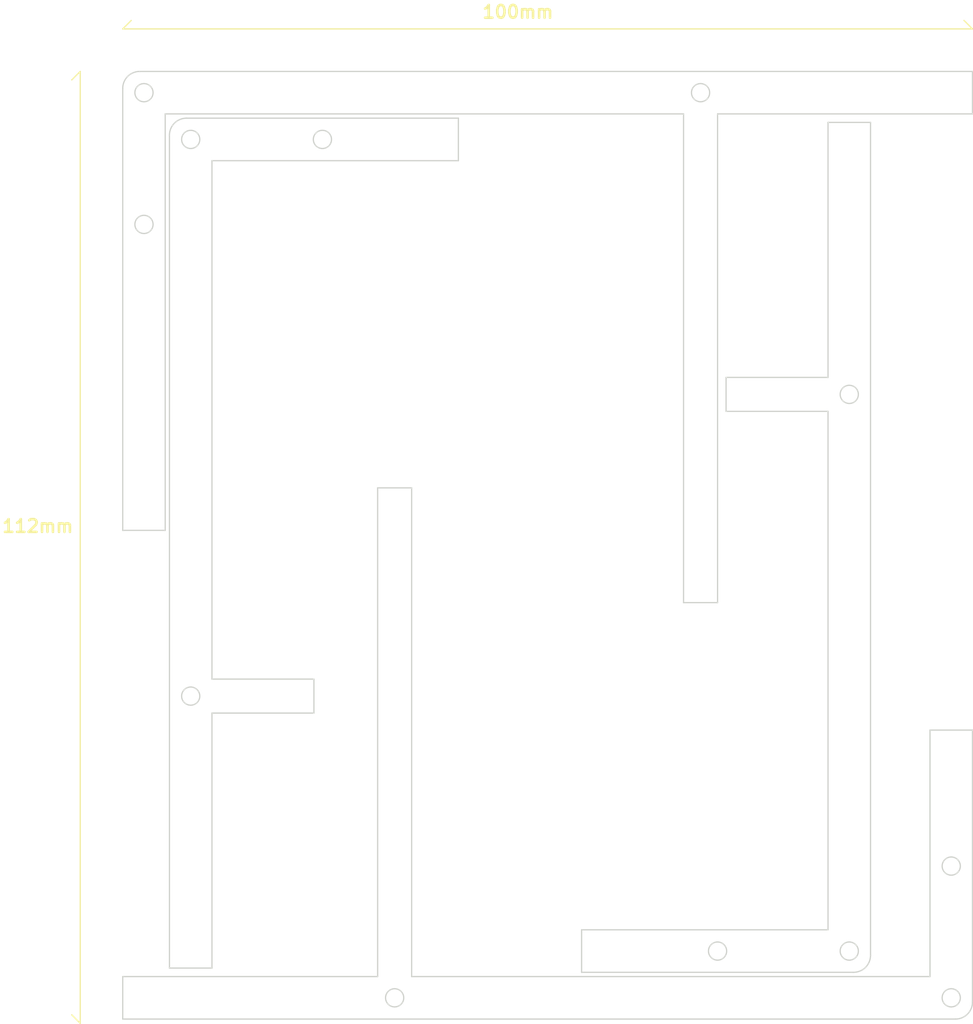
<source format=kicad_pcb>
(kicad_pcb (version 20171130) (host pcbnew "(5.0.2)-1")

  (general
    (thickness 1.6)
    (drawings 52)
    (tracks 0)
    (zones 0)
    (modules 12)
    (nets 1)
  )

  (page A4)
  (title_block
    (title "Ukiha Keyboard")
    (rev 2)
    (company @e3w2q)
  )

  (layers
    (0 F.Cu signal)
    (31 B.Cu signal)
    (32 B.Adhes user hide)
    (33 F.Adhes user)
    (34 B.Paste user)
    (35 F.Paste user)
    (36 B.SilkS user)
    (37 F.SilkS user)
    (38 B.Mask user hide)
    (39 F.Mask user hide)
    (40 Dwgs.User user hide)
    (41 Cmts.User user)
    (42 Eco1.User user)
    (43 Eco2.User user)
    (44 Edge.Cuts user)
    (45 Margin user)
    (46 B.CrtYd user hide)
    (47 F.CrtYd user)
    (48 B.Fab user)
    (49 F.Fab user)
  )

  (setup
    (last_trace_width 0.25)
    (trace_clearance 0.2)
    (zone_clearance 0.3)
    (zone_45_only no)
    (trace_min 0.2)
    (segment_width 0.15)
    (edge_width 0.15)
    (via_size 0.8)
    (via_drill 0.4)
    (via_min_size 0.6)
    (via_min_drill 0.3)
    (uvia_size 0.3)
    (uvia_drill 0.1)
    (uvias_allowed no)
    (uvia_min_size 0.2)
    (uvia_min_drill 0.1)
    (pcb_text_width 0.3)
    (pcb_text_size 1.5 1.5)
    (mod_edge_width 0.15)
    (mod_text_size 1 1)
    (mod_text_width 0.15)
    (pad_size 2 1.2)
    (pad_drill 1.2)
    (pad_to_mask_clearance 0.2)
    (solder_mask_min_width 0.25)
    (aux_axis_origin 27.102501 36.80625)
    (grid_origin 27.102501 36.80625)
    (visible_elements 7FFFFFEF)
    (pcbplotparams
      (layerselection 0x01000_7ffffffe)
      (usegerberextensions false)
      (usegerberattributes false)
      (usegerberadvancedattributes false)
      (creategerberjobfile false)
      (excludeedgelayer true)
      (linewidth 0.100000)
      (plotframeref false)
      (viasonmask false)
      (mode 1)
      (useauxorigin false)
      (hpglpennumber 1)
      (hpglpenspeed 20)
      (hpglpendiameter 15.000000)
      (psnegative false)
      (psa4output false)
      (plotreference true)
      (plotvalue true)
      (plotinvisibletext false)
      (padsonsilk false)
      (subtractmaskfromsilk true)
      (outputformat 5)
      (mirror false)
      (drillshape 0)
      (scaleselection 1)
      (outputdirectory "../ukiha-gerber/"))
  )

  (net 0 "")

  (net_class Default "This is the default net class."
    (clearance 0.2)
    (trace_width 0.25)
    (via_dia 0.8)
    (via_drill 0.4)
    (uvia_dia 0.3)
    (uvia_drill 0.1)
  )

  (net_class PWR ""
    (clearance 0.2)
    (trace_width 0.5)
    (via_dia 0.8)
    (via_drill 0.4)
    (uvia_dia 0.6)
    (uvia_drill 0.2)
  )

  (net_class VCC ""
    (clearance 0.2)
    (trace_width 0.5)
    (via_dia 0.8)
    (via_drill 0.4)
    (uvia_dia 0.3)
    (uvia_drill 0.1)
  )

  (module "#footprint:M2_Hole_Edge.Cuts" (layer F.Cu) (tedit 5E64FB56) (tstamp 5F873FF6)
    (at 112.602501 74.80625 90)
    (descr "Resitance 3 pas")
    (tags R)
    (autoplace_cost180 10)
    (fp_text reference "" (at 0 1.651 90) (layer F.Fab) hide
      (effects (font (size 0.8128 0.8128) (thickness 0.15)))
    )
    (fp_text value "" (at 0 -1.4605 90) (layer F.Fab) hide
      (effects (font (size 0.5 0.5) (thickness 0.125)))
    )
    (fp_circle (center 0 0) (end 1.07 0) (layer Edge.Cuts) (width 0.15))
  )

  (module "#footprint:M2_Hole_Edge.Cuts" (layer F.Cu) (tedit 5E64FB56) (tstamp 5F873FF2)
    (at 112.602501 140.30625 90)
    (descr "Resitance 3 pas")
    (tags R)
    (autoplace_cost180 10)
    (fp_text reference "" (at 0 1.651 90) (layer F.Fab) hide
      (effects (font (size 0.8128 0.8128) (thickness 0.15)))
    )
    (fp_text value "" (at 0 -1.4605 90) (layer F.Fab) hide
      (effects (font (size 0.5 0.5) (thickness 0.125)))
    )
    (fp_circle (center 0 0) (end 1.07 0) (layer Edge.Cuts) (width 0.15))
  )

  (module "#footprint:M2_Hole_Edge.Cuts" (layer F.Cu) (tedit 5E64FB56) (tstamp 5F873FEE)
    (at 97.102501 140.30625 90)
    (descr "Resitance 3 pas")
    (tags R)
    (autoplace_cost180 10)
    (fp_text reference "" (at 0 1.651 90) (layer F.Fab) hide
      (effects (font (size 0.8128 0.8128) (thickness 0.15)))
    )
    (fp_text value "" (at 0 -1.4605 90) (layer F.Fab) hide
      (effects (font (size 0.5 0.5) (thickness 0.125)))
    )
    (fp_circle (center 0 0) (end 1.07 0) (layer Edge.Cuts) (width 0.15))
  )

  (module "#footprint:M2_Hole_Edge.Cuts" (layer F.Cu) (tedit 5E64FB56) (tstamp 5F873DDA)
    (at 35.102501 44.80625 270)
    (descr "Resitance 3 pas")
    (tags R)
    (autoplace_cost180 10)
    (fp_text reference "" (at 0 1.651 270) (layer F.Fab) hide
      (effects (font (size 0.8128 0.8128) (thickness 0.15)))
    )
    (fp_text value "" (at 0 -1.4605 270) (layer F.Fab) hide
      (effects (font (size 0.5 0.5) (thickness 0.125)))
    )
    (fp_circle (center 0 0) (end 1.07 0) (layer Edge.Cuts) (width 0.15))
  )

  (module "#footprint:M2_Hole_Edge.Cuts" (layer F.Cu) (tedit 5E64FB56) (tstamp 5F873DD6)
    (at 50.602501 44.80625 270)
    (descr "Resitance 3 pas")
    (tags R)
    (autoplace_cost180 10)
    (fp_text reference "" (at 0 1.651 270) (layer F.Fab) hide
      (effects (font (size 0.8128 0.8128) (thickness 0.15)))
    )
    (fp_text value "" (at 0 -1.4605 270) (layer F.Fab) hide
      (effects (font (size 0.5 0.5) (thickness 0.125)))
    )
    (fp_circle (center 0 0) (end 1.07 0) (layer Edge.Cuts) (width 0.15))
  )

  (module "#footprint:M2_Hole_Edge.Cuts" (layer F.Cu) (tedit 5E64FB56) (tstamp 5F873DD2)
    (at 35.102501 110.30625 270)
    (descr "Resitance 3 pas")
    (tags R)
    (autoplace_cost180 10)
    (fp_text reference "" (at 0 1.651 270) (layer F.Fab) hide
      (effects (font (size 0.8128 0.8128) (thickness 0.15)))
    )
    (fp_text value "" (at 0 -1.4605 270) (layer F.Fab) hide
      (effects (font (size 0.5 0.5) (thickness 0.125)))
    )
    (fp_circle (center 0 0) (end 1.07 0) (layer Edge.Cuts) (width 0.15))
  )

  (module "#footprint:M2_Hole_Edge.Cuts" (layer F.Cu) (tedit 5E64FB56) (tstamp 5F873F29)
    (at 124.602501 130.30625 180)
    (descr "Resitance 3 pas")
    (tags R)
    (autoplace_cost180 10)
    (fp_text reference "" (at 0 1.651 180) (layer F.Fab) hide
      (effects (font (size 0.8128 0.8128) (thickness 0.15)))
    )
    (fp_text value "" (at 0 -1.4605 180) (layer F.Fab) hide
      (effects (font (size 0.5 0.5) (thickness 0.125)))
    )
    (fp_circle (center 0 0) (end 1.07 0) (layer Edge.Cuts) (width 0.15))
  )

  (module "#footprint:M2_Hole_Edge.Cuts" (layer F.Cu) (tedit 5E64FB56) (tstamp 5F873F35)
    (at 59.102501 145.80625 180)
    (descr "Resitance 3 pas")
    (tags R)
    (autoplace_cost180 10)
    (fp_text reference "" (at 0 1.651 180) (layer F.Fab) hide
      (effects (font (size 0.8128 0.8128) (thickness 0.15)))
    )
    (fp_text value "" (at 0 -1.4605 180) (layer F.Fab) hide
      (effects (font (size 0.5 0.5) (thickness 0.125)))
    )
    (fp_circle (center 0 0) (end 1.07 0) (layer Edge.Cuts) (width 0.15))
  )

  (module "#footprint:M2_Hole_Edge.Cuts" (layer F.Cu) (tedit 5E64FB56) (tstamp 5F873F41)
    (at 124.602501 145.80625 180)
    (descr "Resitance 3 pas")
    (tags R)
    (autoplace_cost180 10)
    (fp_text reference "" (at 0 1.651 180) (layer F.Fab) hide
      (effects (font (size 0.8128 0.8128) (thickness 0.15)))
    )
    (fp_text value "" (at 0 -1.4605 180) (layer F.Fab) hide
      (effects (font (size 0.5 0.5) (thickness 0.125)))
    )
    (fp_circle (center 0 0) (end 1.07 0) (layer Edge.Cuts) (width 0.15))
  )

  (module "#footprint:M2_Hole_Edge.Cuts" (layer F.Cu) (tedit 5E64FB56) (tstamp 5F873B5B)
    (at 29.602501 54.80625)
    (descr "Resitance 3 pas")
    (tags R)
    (autoplace_cost180 10)
    (fp_text reference "" (at 0 1.651) (layer F.Fab) hide
      (effects (font (size 0.8128 0.8128) (thickness 0.15)))
    )
    (fp_text value "" (at 0 -1.4605) (layer F.Fab) hide
      (effects (font (size 0.5 0.5) (thickness 0.125)))
    )
    (fp_circle (center 0 0) (end 1.07 0) (layer Edge.Cuts) (width 0.15))
  )

  (module "#footprint:M2_Hole_Edge.Cuts" (layer F.Cu) (tedit 5E64FB56) (tstamp 5F873A6B)
    (at 29.602501 39.30625)
    (descr "Resitance 3 pas")
    (tags R)
    (autoplace_cost180 10)
    (fp_text reference "" (at 0 1.651) (layer F.Fab) hide
      (effects (font (size 0.8128 0.8128) (thickness 0.15)))
    )
    (fp_text value "" (at 0 -1.4605) (layer F.Fab) hide
      (effects (font (size 0.5 0.5) (thickness 0.125)))
    )
    (fp_circle (center 0 0) (end 1.07 0) (layer Edge.Cuts) (width 0.15))
  )

  (module "#footprint:M2_Hole_Edge.Cuts" (layer F.Cu) (tedit 5E64FB56) (tstamp 5F873A67)
    (at 95.102501 39.30625)
    (descr "Resitance 3 pas")
    (tags R)
    (autoplace_cost180 10)
    (fp_text reference "" (at 0 1.651) (layer F.Fab) hide
      (effects (font (size 0.8128 0.8128) (thickness 0.15)))
    )
    (fp_text value "" (at 0 -1.4605) (layer F.Fab) hide
      (effects (font (size 0.5 0.5) (thickness 0.125)))
    )
    (fp_circle (center 0 0) (end 1.07 0) (layer Edge.Cuts) (width 0.15))
  )

  (gr_text 112mm (at 17.102501 90.30625) (layer F.SilkS)
    (effects (font (size 1.5 1.5) (thickness 0.3)))
  )
  (gr_line (start 22.102501 36.80625) (end 21.102501 37.80625) (layer F.SilkS) (width 0.15))
  (gr_line (start 22.102501 148.80625) (end 21.102501 147.80625) (layer F.SilkS) (width 0.15))
  (gr_text 100mm (at 73.602501 29.80625) (layer F.SilkS)
    (effects (font (size 1.5 1.5) (thickness 0.3)))
  )
  (gr_line (start 127.102501 31.80625) (end 126.102501 30.80625) (layer F.SilkS) (width 0.15))
  (gr_line (start 27.102501 31.80625) (end 28.102501 30.80625) (layer F.SilkS) (width 0.15))
  (gr_line (start 110.102501 72.80625) (end 110.102501 42.80625) (layer Edge.Cuts) (width 0.15) (tstamp 5F874004))
  (gr_line (start 98.102501 76.80625) (end 98.102501 72.80625) (layer Edge.Cuts) (width 0.15) (tstamp 5F874003))
  (gr_line (start 98.102501 72.80625) (end 110.102501 72.80625) (layer Edge.Cuts) (width 0.15) (tstamp 5F874002))
  (gr_line (start 81.102501 142.80625) (end 81.102501 137.80625) (layer Edge.Cuts) (width 0.15) (tstamp 5F874001))
  (gr_line (start 110.102501 42.80625) (end 115.102501 42.80625) (layer Edge.Cuts) (width 0.15) (tstamp 5F874000))
  (gr_line (start 110.102501 137.80625) (end 110.102501 76.80625) (layer Edge.Cuts) (width 0.15) (tstamp 5F873FFF))
  (gr_line (start 115.102501 42.80625) (end 115.102501 140.80625) (layer Edge.Cuts) (width 0.15) (tstamp 5F873FFE))
  (gr_line (start 81.102501 137.80625) (end 110.102501 137.80625) (layer Edge.Cuts) (width 0.15) (tstamp 5F873FFD))
  (gr_arc (start 113.102501 140.80625) (end 113.102501 142.80625) (angle -90) (layer Edge.Cuts) (width 0.15) (tstamp 5F873FFC))
  (gr_line (start 113.102501 142.80625) (end 81.102501 142.80625) (layer Edge.Cuts) (width 0.15) (tstamp 5F873FFB))
  (gr_line (start 110.102501 76.80625) (end 98.102501 76.80625) (layer Edge.Cuts) (width 0.15) (tstamp 5F873FFA))
  (gr_line (start 34.602501 42.30625) (end 66.602501 42.30625) (layer Edge.Cuts) (width 0.15) (tstamp 5F873DDF))
  (gr_line (start 37.602501 108.30625) (end 49.602501 108.30625) (layer Edge.Cuts) (width 0.15) (tstamp 5F873DDE))
  (gr_line (start 66.602501 42.30625) (end 66.602501 47.30625) (layer Edge.Cuts) (width 0.15) (tstamp 5F873DD1))
  (gr_line (start 49.602501 112.30625) (end 37.602501 112.30625) (layer Edge.Cuts) (width 0.15) (tstamp 5F873DD0))
  (gr_arc (start 34.602501 44.30625) (end 34.602501 42.30625) (angle -90) (layer Edge.Cuts) (width 0.15) (tstamp 5F873DCF))
  (gr_line (start 49.602501 108.30625) (end 49.602501 112.30625) (layer Edge.Cuts) (width 0.15) (tstamp 5F873DCE))
  (gr_line (start 37.602501 112.30625) (end 37.602501 142.30625) (layer Edge.Cuts) (width 0.15) (tstamp 5F873DCD))
  (gr_line (start 32.602501 142.30625) (end 32.602501 44.30625) (layer Edge.Cuts) (width 0.15) (tstamp 5F873DCC))
  (gr_line (start 66.602501 47.30625) (end 37.602501 47.30625) (layer Edge.Cuts) (width 0.15) (tstamp 5F873DCB))
  (gr_line (start 37.602501 142.30625) (end 32.602501 142.30625) (layer Edge.Cuts) (width 0.15) (tstamp 5F873DCA))
  (gr_line (start 37.602501 47.30625) (end 37.602501 108.30625) (layer Edge.Cuts) (width 0.15) (tstamp 5F873DC9))
  (gr_line (start 122.102501 143.30625) (end 122.102501 114.30625) (layer Edge.Cuts) (width 0.15) (tstamp 5F873F4A))
  (gr_line (start 61.102501 85.80625) (end 61.102501 143.30625) (layer Edge.Cuts) (width 0.15) (tstamp 5F873F5C))
  (gr_line (start 57.102501 85.80625) (end 61.102501 85.80625) (layer Edge.Cuts) (width 0.15) (tstamp 5F873F5F))
  (gr_line (start 61.102501 143.30625) (end 122.102501 143.30625) (layer Edge.Cuts) (width 0.15) (tstamp 5F873F59))
  (gr_line (start 57.102501 143.30625) (end 57.102501 85.80625) (layer Edge.Cuts) (width 0.15) (tstamp 5F873F53))
  (gr_line (start 27.102501 143.30625) (end 27.102501 148.30625) (layer Edge.Cuts) (width 0.15) (tstamp 5F873F62))
  (gr_line (start 122.102501 114.30625) (end 127.102501 114.30625) (layer Edge.Cuts) (width 0.15) (tstamp 5F873F4D))
  (gr_line (start 27.102501 143.30625) (end 57.102501 143.30625) (layer Edge.Cuts) (width 0.15) (tstamp 5F873F56))
  (gr_arc (start 125.102501 146.30625) (end 125.102501 148.30625) (angle -90) (layer Edge.Cuts) (width 0.15) (tstamp 5F873F50))
  (gr_line (start 125.102501 148.30625) (end 27.102501 148.30625) (layer Edge.Cuts) (width 0.15) (tstamp 5F873F65))
  (gr_line (start 127.102501 146.30625) (end 127.102501 114.30625) (layer Edge.Cuts) (width 0.15) (tstamp 5F873F68))
  (gr_line (start 127.102501 41.80625) (end 127.102501 36.80625) (layer Edge.Cuts) (width 0.15) (tstamp 5F873A79))
  (gr_line (start 93.102501 41.80625) (end 32.102501 41.80625) (layer Edge.Cuts) (width 0.15) (tstamp 5F873A78))
  (gr_line (start 32.102501 90.80625) (end 32.102501 41.80625) (layer Edge.Cuts) (width 0.15) (tstamp 5F873A77))
  (gr_line (start 127.102501 41.80625) (end 97.102501 41.80625) (layer Edge.Cuts) (width 0.15) (tstamp 5F873A76))
  (gr_line (start 97.102501 41.80625) (end 97.102501 99.30625) (layer Edge.Cuts) (width 0.15) (tstamp 5F873A75))
  (gr_line (start 27.102501 90.80625) (end 32.102501 90.80625) (layer Edge.Cuts) (width 0.15) (tstamp 5F873A74))
  (gr_line (start 29.102501 36.80625) (end 127.102501 36.80625) (layer Edge.Cuts) (width 0.15) (tstamp 5F873A73))
  (gr_line (start 27.102501 38.80625) (end 27.102501 90.80625) (layer Edge.Cuts) (width 0.15) (tstamp 5F873A72))
  (gr_line (start 93.102501 99.30625) (end 93.102501 41.80625) (layer Edge.Cuts) (width 0.15) (tstamp 5F873A71))
  (gr_line (start 97.102501 99.30625) (end 93.102501 99.30625) (layer Edge.Cuts) (width 0.15) (tstamp 5F873A70))
  (gr_arc (start 29.102501 38.80625) (end 29.102501 36.80625) (angle -90) (layer Edge.Cuts) (width 0.15) (tstamp 5F873A6F))
  (gr_line (start 22.102501 36.80625) (end 22.102501 148.80625) (layer F.SilkS) (width 0.15))
  (gr_line (start 27.102501 31.80625) (end 127.102501 31.80625) (layer F.SilkS) (width 0.15))

)

</source>
